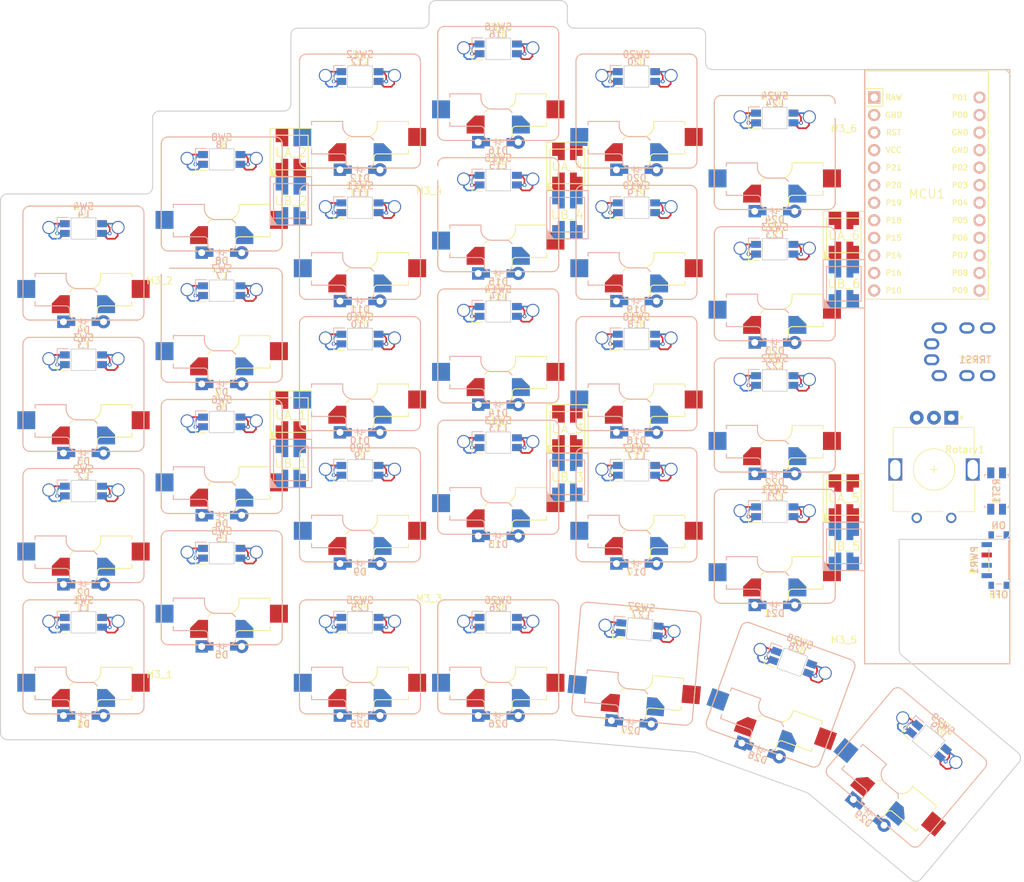
<source format=kicad_pcb>


(kicad_pcb
  (version 20240108)
  (generator "ergogen")
  (generator_version "4.1.0")
  (general
    (thickness 1.6)
    (legacy_teardrops no)
  )
  (paper "A3")
  (title_block
    (title "boost58")
    (date "2024-08-20")
    (rev "0.1")
    (company "Vacant0mens")
  )

  (layers
    (0 "F.Cu" signal)
    (31 "B.Cu" signal)
    (32 "B.Adhes" user "B.Adhesive")
    (33 "F.Adhes" user "F.Adhesive")
    (34 "B.Paste" user)
    (35 "F.Paste" user)
    (36 "B.SilkS" user "B.Silkscreen")
    (37 "F.SilkS" user "F.Silkscreen")
    (38 "B.Mask" user)
    (39 "F.Mask" user)
    (40 "Dwgs.User" user "User.Drawings")
    (41 "Cmts.User" user "User.Comments")
    (42 "Eco1.User" user "User.Eco1")
    (43 "Eco2.User" user "User.Eco2")
    (44 "Edge.Cuts" user)
    (45 "Margin" user)
    (46 "B.CrtYd" user "B.Courtyard")
    (47 "F.CrtYd" user "F.Courtyard")
    (48 "B.Fab" user)
    (49 "F.Fab" user)
  )

  (setup
    (pad_to_mask_clearance 0.05)
    (allow_soldermask_bridges_in_footprints no)
    (pcbplotparams
      (layerselection 0x00010fc_ffffffff)
      (plot_on_all_layers_selection 0x0000000_00000000)
      (disableapertmacros no)
      (usegerberextensions no)
      (usegerberattributes yes)
      (usegerberadvancedattributes yes)
      (creategerberjobfile yes)
      (dashed_line_dash_ratio 12.000000)
      (dashed_line_gap_ratio 3.000000)
      (svgprecision 4)
      (plotframeref no)
      (viasonmask no)
      (mode 1)
      (useauxorigin no)
      (hpglpennumber 1)
      (hpglpenspeed 20)
      (hpglpendiameter 15.000000)
      (pdf_front_fp_property_popups yes)
      (pdf_back_fp_property_popups yes)
      (dxfpolygonmode yes)
      (dxfimperialunits yes)
      (dxfusepcbnewfont yes)
      (psnegative no)
      (psa4output no)
      (plotreference yes)
      (plotvalue yes)
      (plotfptext yes)
      (plotinvisibletext no)
      (sketchpadsonfab no)
      (subtractmaskfromsilk no)
      (outputformat 1)
      (mirror no)
      (drillshape 1)
      (scaleselection 1)
      (outputdirectory "")
    )
  )

  (net 0 "")
(net 1 "RAW")
(net 2 "GND")
(net 3 "RST")
(net 4 "VCC")
(net 5 "P21")
(net 6 "P20")
(net 7 "P19")
(net 8 "P18")
(net 9 "P15")
(net 10 "P14")
(net 11 "P16")
(net 12 "P10")
(net 13 "P1")
(net 14 "P0")
(net 15 "P2")
(net 16 "P3")
(net 17 "P4")
(net 18 "P5")
(net 19 "P6")
(net 20 "P7")
(net 21 "P8")
(net 22 "P9")
(net 23 "DP21")
(net 24 "P1011")
(net 25 "P1010")
(net 26 "P1021")
(net 27 "P1020")
(net 28 "P1031")
(net 29 "P1030")
(net 30 "P1041")
(net 31 "P1040")
(net 32 "DP20")
(net 33 "P1012")
(net 34 "P1022")
(net 35 "P1032")
(net 36 "P1042")
(net 37 "DP19")
(net 38 "P1013")
(net 39 "P1023")
(net 40 "P1033")
(net 41 "P1043")
(net 42 "DP18")
(net 43 "P1014")
(net 44 "P1024")
(net 45 "P1034")
(net 46 "P1044")
(net 47 "DP15")
(net 48 "P1015")
(net 49 "P1025")
(net 50 "P1035")
(net 51 "P1045")
(net 52 "DP14")
(net 53 "P1002")
(net 54 "P1001")
(net 55 "P1003")
(net 56 "P1004")
(net 57 "P1005")
(net 58 "DP16")
(net 59 "BAT_P")
(net 60 "P10u01")
(net 61 "P10u02")
(net 62 "P10u03")
(net 63 "P10u04")
(net 64 "P10u05")
(net 65 "P10u06")

  
  (footprint "ceoloide:mounting_hole_npth" (layer "F.Cu") (at 51 120 0))
  

  (footprint "ceoloide:mounting_hole_npth" (layer "F.Cu") (at 51 63 0))
  

  (footprint "ceoloide:mounting_hole_npth" (layer "F.Cu") (at 90 109 0))
  

  (footprint "ceoloide:mounting_hole_npth" (layer "F.Cu") (at 90 50 0))
  

  (footprint "ceoloide:mounting_hole_npth" (layer "F.Cu") (at 150 115 0))
  

  (footprint "ceoloide:mounting_hole_npth" (layer "F.Cu") (at 150 41 0))
  

        
      (module ProMicro (layer F.Cu) (tedit 5B307E4C)
      (at 162 53 -90)

      
      (fp_text reference "MCU1" (at 0 0) (layer F.SilkS)  (effects (font (size 1.27 1.27) (thickness 0.15))))
      (fp_text value "" (at 0 0) (layer F.SilkS) hide (effects (font (size 1.27 1.27) (thickness 0.15))))
    
      
      (fp_line (start -19.304 -3.81) (end -14.224 -3.81) (layer Dwgs.User) (width 0.15))
      (fp_line (start -19.304 3.81) (end -19.304 -3.81) (layer Dwgs.User) (width 0.15))
      (fp_line (start -14.224 3.81) (end -19.304 3.81) (layer Dwgs.User) (width 0.15))
      (fp_line (start -14.224 -3.81) (end -14.224 3.81) (layer Dwgs.User) (width 0.15))
    
      
      (fp_line (start -17.78 8.89) (end 15.24 8.89) (layer F.SilkS) (width 0.15))
      (fp_line (start 15.24 8.89) (end 15.24 -8.89) (layer F.SilkS) (width 0.15))
      (fp_line (start 15.24 -8.89) (end -17.78 -8.89) (layer F.SilkS) (width 0.15))
      (fp_line (start -17.78 -8.89) (end -17.78 8.89) (layer F.SilkS) (width 0.15))
      
        
        
        (fp_line (start -15.24 6.35) (end -12.7 6.35) (layer F.SilkS) (width 0.15))
        (fp_line (start -15.24 6.35) (end -15.24 8.89) (layer F.SilkS) (width 0.15))
        (fp_line (start -12.7 6.35) (end -12.7 8.89) (layer F.SilkS) (width 0.15))
      
        
        (fp_text user RAW (at -13.97 4.8 0) (layer F.SilkS) (effects (font (size 0.8 0.8) (thickness 0.15))))
        (fp_text user GND (at -11.43 4.8 0) (layer F.SilkS) (effects (font (size 0.8 0.8) (thickness 0.15))))
        (fp_text user RST (at -8.89 4.8 0) (layer F.SilkS) (effects (font (size 0.8 0.8) (thickness 0.15))))
        (fp_text user VCC (at -6.35 4.8 0) (layer F.SilkS) (effects (font (size 0.8 0.8) (thickness 0.15))))
        (fp_text user P21 (at -3.81 4.8 0) (layer F.SilkS) (effects (font (size 0.8 0.8) (thickness 0.15))))
        (fp_text user P20 (at -1.27 4.8 0) (layer F.SilkS) (effects (font (size 0.8 0.8) (thickness 0.15))))
        (fp_text user P19 (at 1.27 4.8 0) (layer F.SilkS) (effects (font (size 0.8 0.8) (thickness 0.15))))
        (fp_text user P18 (at 3.81 4.8 0) (layer F.SilkS) (effects (font (size 0.8 0.8) (thickness 0.15))))
        (fp_text user P15 (at 6.35 4.8 0) (layer F.SilkS) (effects (font (size 0.8 0.8) (thickness 0.15))))
        (fp_text user P14 (at 8.89 4.8 0) (layer F.SilkS) (effects (font (size 0.8 0.8) (thickness 0.15))))
        (fp_text user P16 (at 11.43 4.8 0) (layer F.SilkS) (effects (font (size 0.8 0.8) (thickness 0.15))))
        (fp_text user P10 (at 13.97 4.8 0) (layer F.SilkS) (effects (font (size 0.8 0.8) (thickness 0.15))))
      
        (fp_text user P01 (at -13.97 -4.8 0) (layer F.SilkS) (effects (font (size 0.8 0.8) (thickness 0.15))))
        (fp_text user P00 (at -11.43 -4.8 0) (layer F.SilkS) (effects (font (size 0.8 0.8) (thickness 0.15))))
        (fp_text user GND (at -8.89 -4.8 0) (layer F.SilkS) (effects (font (size 0.8 0.8) (thickness 0.15))))
        (fp_text user GND (at -6.35 -4.8 0) (layer F.SilkS) (effects (font (size 0.8 0.8) (thickness 0.15))))
        (fp_text user P02 (at -3.81 -4.8 0) (layer F.SilkS) (effects (font (size 0.8 0.8) (thickness 0.15))))
        (fp_text user P03 (at -1.27 -4.8 0) (layer F.SilkS) (effects (font (size 0.8 0.8) (thickness 0.15))))
        (fp_text user P04 (at 1.27 -4.8 0) (layer F.SilkS) (effects (font (size 0.8 0.8) (thickness 0.15))))
        (fp_text user P05 (at 3.81 -4.8 0) (layer F.SilkS) (effects (font (size 0.8 0.8) (thickness 0.15))))
        (fp_text user P06 (at 6.35 -4.8 0) (layer F.SilkS) (effects (font (size 0.8 0.8) (thickness 0.15))))
        (fp_text user P07 (at 8.89 -4.8 0) (layer F.SilkS) (effects (font (size 0.8 0.8) (thickness 0.15))))
        (fp_text user P08 (at 11.43 -4.8 0) (layer F.SilkS) (effects (font (size 0.8 0.8) (thickness 0.15))))
        (fp_text user P09 (at 13.97 -4.8 0) (layer F.SilkS) (effects (font (size 0.8 0.8) (thickness 0.15))))
      
        
        (pad 1 thru_hole rect (at -13.97 7.62 -90) (size 1.7526 1.7526) (drill 1.0922) (layers *.Cu *.SilkS *.Mask) (net 1 "RAW"))
        (pad 2 thru_hole circle (at -11.43 7.62 0) (size 1.7526 1.7526) (drill 1.0922) (layers *.Cu *.SilkS *.Mask) (net 2 "GND"))
        (pad 3 thru_hole circle (at -8.89 7.62 0) (size 1.7526 1.7526) (drill 1.0922) (layers *.Cu *.SilkS *.Mask) (net 3 "RST"))
        (pad 4 thru_hole circle (at -6.35 7.62 0) (size 1.7526 1.7526) (drill 1.0922) (layers *.Cu *.SilkS *.Mask) (net 4 "VCC"))
        (pad 5 thru_hole circle (at -3.81 7.62 0) (size 1.7526 1.7526) (drill 1.0922) (layers *.Cu *.SilkS *.Mask) (net 5 "P21"))
        (pad 6 thru_hole circle (at -1.27 7.62 0) (size 1.7526 1.7526) (drill 1.0922) (layers *.Cu *.SilkS *.Mask) (net 6 "P20"))
        (pad 7 thru_hole circle (at 1.27 7.62 0) (size 1.7526 1.7526) (drill 1.0922) (layers *.Cu *.SilkS *.Mask) (net 7 "P19"))
        (pad 8 thru_hole circle (at 3.81 7.62 0) (size 1.7526 1.7526) (drill 1.0922) (layers *.Cu *.SilkS *.Mask) (net 8 "P18"))
        (pad 9 thru_hole circle (at 6.35 7.62 0) (size 1.7526 1.7526) (drill 1.0922) (layers *.Cu *.SilkS *.Mask) (net 9 "P15"))
        (pad 10 thru_hole circle (at 8.89 7.62 0) (size 1.7526 1.7526) (drill 1.0922) (layers *.Cu *.SilkS *.Mask) (net 10 "P14"))
        (pad 11 thru_hole circle (at 11.43 7.62 0) (size 1.7526 1.7526) (drill 1.0922) (layers *.Cu *.SilkS *.Mask) (net 11 "P16"))
        (pad 12 thru_hole circle (at 13.97 7.62 0) (size 1.7526 1.7526) (drill 1.0922) (layers *.Cu *.SilkS *.Mask) (net 12 "P10"))
        
        (pad 13 thru_hole circle (at -13.97 -7.62 0) (size 1.7526 1.7526) (drill 1.0922) (layers *.Cu *.SilkS *.Mask) (net 13 "P1"))
        (pad 14 thru_hole circle (at -11.43 -7.62 0) (size 1.7526 1.7526) (drill 1.0922) (layers *.Cu *.SilkS *.Mask) (net 14 "P0"))
        (pad 15 thru_hole circle (at -8.89 -7.62 0) (size 1.7526 1.7526) (drill 1.0922) (layers *.Cu *.SilkS *.Mask) (net 2 "GND"))
        (pad 16 thru_hole circle (at -6.35 -7.62 0) (size 1.7526 1.7526) (drill 1.0922) (layers *.Cu *.SilkS *.Mask) (net 2 "GND"))
        (pad 17 thru_hole circle (at -3.81 -7.62 0) (size 1.7526 1.7526) (drill 1.0922) (layers *.Cu *.SilkS *.Mask) (net 15 "P2"))
        (pad 18 thru_hole circle (at -1.27 -7.62 0) (size 1.7526 1.7526) (drill 1.0922) (layers *.Cu *.SilkS *.Mask) (net 16 "P3"))
        (pad 19 thru_hole circle (at 1.27 -7.62 0) (size 1.7526 1.7526) (drill 1.0922) (layers *.Cu *.SilkS *.Mask) (net 17 "P4"))
        (pad 20 thru_hole circle (at 3.81 -7.62 0) (size 1.7526 1.7526) (drill 1.0922) (layers *.Cu *.SilkS *.Mask) (net 18 "P5"))
        (pad 21 thru_hole circle (at 6.35 -7.62 0) (size 1.7526 1.7526) (drill 1.0922) (layers *.Cu *.SilkS *.Mask) (net 19 "P6"))
        (pad 22 thru_hole circle (at 8.89 -7.62 0) (size 1.7526 1.7526) (drill 1.0922) (layers *.Cu *.SilkS *.Mask) (net 20 "P7"))
        (pad 23 thru_hole circle (at 11.43 -7.62 0) (size 1.7526 1.7526) (drill 1.0922) (layers *.Cu *.SilkS *.Mask) (net 21 "P8"))
        (pad 24 thru_hole circle (at 13.97 -7.62 0) (size 1.7526 1.7526) (drill 1.0922) (layers *.Cu *.SilkS *.Mask) (net 22 "P9"))
      )
        

  (footprint "ceoloide:switch_choc_v1_v2" (layer "B.Cu") (at 40 120 180))
    

  (footprint "ceoloide:switch_choc_v1_v2" (layer "B.Cu") (at 40 101 180))
    

  (footprint "ceoloide:switch_choc_v1_v2" (layer "B.Cu") (at 40 82 180))
    

  (footprint "ceoloide:switch_choc_v1_v2" (layer "B.Cu") (at 40 63 180))
    

  (footprint "ceoloide:switch_choc_v1_v2" (layer "B.Cu") (at 60 110 180))
    

  (footprint "ceoloide:switch_choc_v1_v2" (layer "B.Cu") (at 60 91 180))
    

  (footprint "ceoloide:switch_choc_v1_v2" (layer "B.Cu") (at 60 72 180))
    

  (footprint "ceoloide:switch_choc_v1_v2" (layer "B.Cu") (at 60 53 180))
    

  (footprint "ceoloide:switch_choc_v1_v2" (layer "B.Cu") (at 80 98 180))
    

  (footprint "ceoloide:switch_choc_v1_v2" (layer "B.Cu") (at 80 79 180))
    

  (footprint "ceoloide:switch_choc_v1_v2" (layer "B.Cu") (at 80 60 180))
    

  (footprint "ceoloide:switch_choc_v1_v2" (layer "B.Cu") (at 80 41 180))
    

  (footprint "ceoloide:switch_choc_v1_v2" (layer "B.Cu") (at 100 94 180))
    

  (footprint "ceoloide:switch_choc_v1_v2" (layer "B.Cu") (at 100 75 180))
    

  (footprint "ceoloide:switch_choc_v1_v2" (layer "B.Cu") (at 100 56 180))
    

  (footprint "ceoloide:switch_choc_v1_v2" (layer "B.Cu") (at 100 37 180))
    

  (footprint "ceoloide:switch_choc_v1_v2" (layer "B.Cu") (at 120 98 180))
    

  (footprint "ceoloide:switch_choc_v1_v2" (layer "B.Cu") (at 120 79 180))
    

  (footprint "ceoloide:switch_choc_v1_v2" (layer "B.Cu") (at 120 60 180))
    

  (footprint "ceoloide:switch_choc_v1_v2" (layer "B.Cu") (at 120 41 180))
    

  (footprint "ceoloide:switch_choc_v1_v2" (layer "B.Cu") (at 140 104 180))
    

  (footprint "ceoloide:switch_choc_v1_v2" (layer "B.Cu") (at 140 85 180))
    

  (footprint "ceoloide:switch_choc_v1_v2" (layer "B.Cu") (at 140 66 180))
    

  (footprint "ceoloide:switch_choc_v1_v2" (layer "B.Cu") (at 140 47 180))
    

  (footprint "ceoloide:switch_choc_v1_v2" (layer "B.Cu") (at 80 120 180))
    

  (footprint "ceoloide:switch_choc_v1_v2" (layer "B.Cu") (at 100 120 180))
    

  (footprint "ceoloide:switch_choc_v1_v2" (layer "B.Cu") (at 120 121 175))
    

  (footprint "ceoloide:switch_choc_v1_v2" (layer "B.Cu") (at 140.84039239999998 125.4865085 160))
    

  (footprint "ceoloide:switch_choc_v1_v2" (layer "B.Cu") (at 159.04931679999999 135.9994359 140))
    

    (footprint "ceoloide:diode_tht_sod123" (layer "B.Cu") (at 40 128.5 0))
        

    (footprint "ceoloide:diode_tht_sod123" (layer "B.Cu") (at 40 109.5 0))
        

    (footprint "ceoloide:diode_tht_sod123" (layer "B.Cu") (at 40 90.5 0))
        

    (footprint "ceoloide:diode_tht_sod123" (layer "B.Cu") (at 40 71.5 0))
        

    (footprint "ceoloide:diode_tht_sod123" (layer "B.Cu") (at 60 118.5 0))
        

    (footprint "ceoloide:diode_tht_sod123" (layer "B.Cu") (at 60 99.5 0))
        

    (footprint "ceoloide:diode_tht_sod123" (layer "B.Cu") (at 60 80.5 0))
        

    (footprint "ceoloide:diode_tht_sod123" (layer "B.Cu") (at 60 61.5 0))
        

    (footprint "ceoloide:diode_tht_sod123" (layer "B.Cu") (at 80 106.5 0))
        

    (footprint "ceoloide:diode_tht_sod123"
        (layer "B.Cu")
        (at 80 87.5 0)
        (property "Reference" "D10"
            (at 0 1.2 0)
            (layer "F.SilkS")
            
            (effects (font (size 1 1) (thickness 0.15)))
        )
        
        (fp_line (start 0.25 0) (end 0.75 0) (layer "F.SilkS") (stroke (width 0.1) (type solid)))
        (fp_line (start 0.25 0.4) (end -0.35 0) (layer "F.SilkS") (stroke (width 0.1) (type solid)))
        (fp_line (start 0.25 -0.4) (end 0.25 0.4) (layer "F.SilkS") (stroke (width 0.1) (type solid)))
        (fp_line (start -0.35 0) (end 0.25 -0.4) (layer "F.SilkS") (stroke (width 0.1) (type solid)))
        (fp_line (start -0.35 0) (end -0.35 0.55) (layer "F.SilkS") (stroke (width 0.1) (type solid)))
        (fp_line (start -0.35 0) (end -0.35 -0.55) (layer "F.SilkS") (stroke (width 0.1) (type solid)))
        (fp_line (start -0.75 0) (end -0.35 0) (layer "F.SilkS") (stroke (width 0.1) (type solid)))
        (pad "1" smd rect (at -1.65 0 0) (size 0.9 1.2) (layers "F.Cu" "F.Paste" "F.Mask") (net 7 "P19"))
        (pad "2" smd rect (at 1.65 0 0) (size 0.9 1.2) (layers "F.Cu" "F.Paste" "F.Mask") (net 37 "DP19"))
        
        (fp_text value "%R" (at 0 1.2 0) (layer B.SilkS) (effects (font (size 1 1) (thickness 0.15)) (justify mirror)))
        (fp_line (start 0.25 0) (end 0.75 0) (layer "B.SilkS") (stroke (width 0.1) (type solid)))
        (fp_line (start 0.25 0.4) (end -0.35 0) (layer "B.SilkS") (stroke (width 0.1) (type solid)))
        (fp_line (start 0.25 -0.4) (end 0.25 0.4) (layer "B.SilkS") (stroke (width 0.1) (type solid)))
        (fp_line (start -0.35 0) (end 0.25 -0.4) (layer "B.SilkS") (stroke (width 0.1) (type solid)))
        (fp_line (start -0.35 0) (end -0.35 0.55) (layer "B.SilkS") (stroke (width 0.1) (type solid)))
        (fp_line (start -0.35 0) (end -0.35 -0.55) (layer "B.SilkS"
... [338127 chars truncated]
</source>
